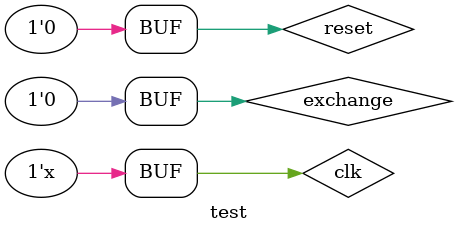
<source format=v>
`timescale 1ns / 1ps


module test();
reg reset; //初始化信号
reg clk;
reg exchange;//这个信号是用来让DMA传输数据的方向颠倒过来的
reg mem_to_dma_valid; //random_input
reg mem_to_dma_enable; //random_input
reg cpu_to_dma_valid; //random_input
reg cpu_to_dma_enable;//random_input
reg [3:0]mem_data_out;
reg [7:0]cpu_data_out;
//valid是数据的给予方可以给信号，enable是数据的接收方有能力接收信号
wire dma_to_mem_valid; //表示DMA对MEM传出的数据有效
wire dma_to_mem_enable;//表示DMA可以对MEM传出数据了。这也就是说BUF满了
wire dma_to_cpu_valid; //表示DMA对CPU传出的数据有效
wire dma_to_cpu_enable;//表示DMA可以对CPU传出数据了。这也就是说BUF满了
wire [3:0]mem_data_in;
wire [7:0]cpu_data_in;

initial
begin
	reset = 1'b1;
	clk = 1'b0;
	exchange = 1'b0;
	mem_to_dma_valid = 1'b0;
	mem_to_dma_enable = 1'b0;
	cpu_to_dma_enable = 1'b0;
	cpu_to_dma_valid = 1'b0;
	mem_data_out = 4'b0000;
	cpu_data_out = 8'b00000000;
	#1 reset = 1'b0;
	#5000 exchange = 1'b1;
	#1 exchange = 1'b0;
end

always #10 clk = ~clk;

always @(posedge clk) 
begin
	mem_to_dma_valid <= {$random}%2;
	mem_to_dma_enable <= {$random}%2;
	cpu_to_dma_enable <= {$random}%2;
	cpu_to_dma_valid <= {$random}%2;
	mem_data_out <= {$random}%16;
	cpu_data_out <= {$random}%256;
end

always @(posedge clk)
begin
	if (mem_to_dma_enable == 1'b1 && dma_to_mem_valid == 1'b1)
		//$display("%v%v%v%v\n", mem_data_in[3], mem_data_in[2], mem_data_in[1], mem_data_in[0]);
		$display("mem_in:%h", mem_data_in[3:0]);
	if (mem_to_dma_valid == 1'b1 && dma_to_mem_enable == 1'b1)
		//$display("%v%v%v%v\n", mem_data_out[3], mem_data_out[2], mem_data_out[1], mem_data_out[0]);
		$display("mem_out:%h", mem_data_out[3:0]);
	if (cpu_to_dma_valid == 1'b1 && dma_to_cpu_enable == 1'b1)
		//$display("%v%v%v%v%v%v%v%v\n", cpu_data_out[7], cpu_data_out[6], cpu_data_out[5], cpu_data_out[4], cpu_data_out[3], cpu_data_out[2], cpu_data_out[1], cpu_data_out[0]);
		$display("cpu_out:%h", cpu_data_out[7:0]);
	if (cpu_to_dma_enable == 1'b1 && dma_to_cpu_valid == 1'b1)
		//$display("%v%v%v%v%v%v%v%v\n", cpu_data_in[7], cpu_data_in[6], cpu_data_in[5], cpu_data_in[4], cpu_data_in[3], cpu_data_in[2], cpu_data_in[1], cpu_data_in[0]);	
		$display("cpu_in:%h", cpu_data_in[7:0]);
end


DMA d1(reset, clk, exchange, 
		mem_to_dma_valid, mem_to_dma_enable, cpu_to_dma_valid, cpu_to_dma_enable,
		mem_data_out, cpu_data_out,
		dma_to_mem_valid, dma_to_mem_enable, dma_to_cpu_valid, dma_to_cpu_enable,
		mem_data_in, cpu_data_in);

endmodule

</source>
